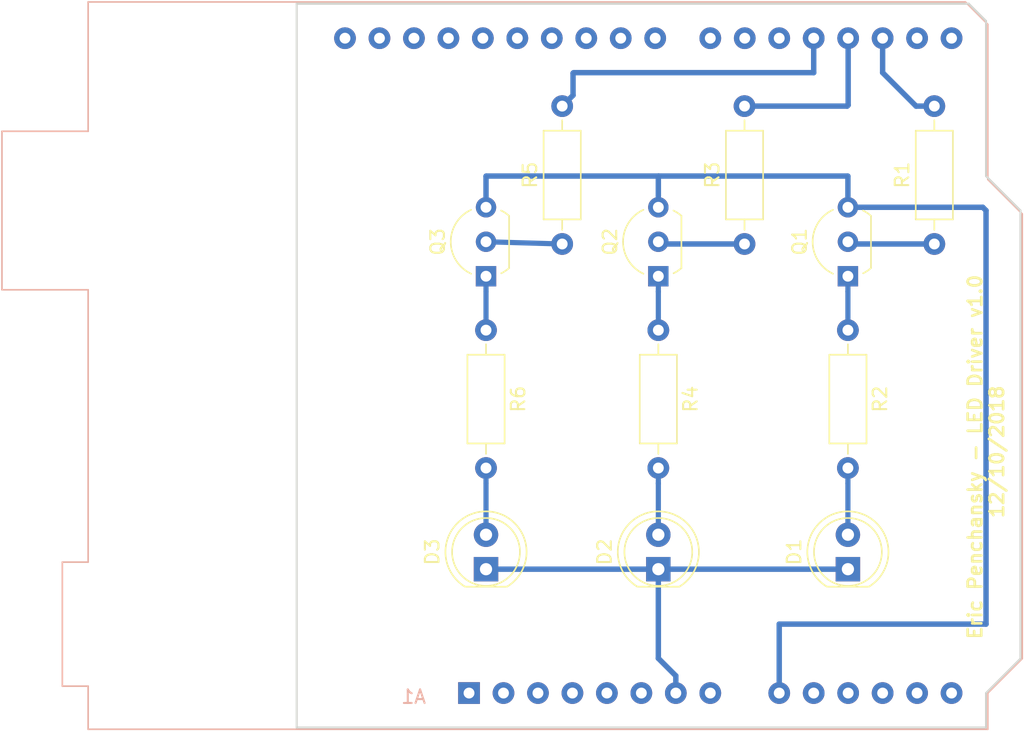
<source format=kicad_pcb>
(kicad_pcb (version 20171130) (host pcbnew "(5.0.1)-4")

  (general
    (thickness 1.6)
    (drawings 10)
    (tracks 47)
    (zones 0)
    (modules 13)
    (nets 42)
  )

  (page A4)
  (layers
    (0 F.Cu signal)
    (31 B.Cu signal)
    (32 B.Adhes user)
    (33 F.Adhes user)
    (34 B.Paste user)
    (35 F.Paste user)
    (36 B.SilkS user)
    (37 F.SilkS user)
    (38 B.Mask user)
    (39 F.Mask user)
    (40 Dwgs.User user)
    (41 Cmts.User user)
    (42 Eco1.User user)
    (43 Eco2.User user)
    (44 Edge.Cuts user)
    (45 Margin user)
    (46 B.CrtYd user)
    (47 F.CrtYd user)
    (48 B.Fab user)
    (49 F.Fab user)
  )

  (setup
    (last_trace_width 0.381)
    (trace_clearance 0.3)
    (zone_clearance 0.508)
    (zone_45_only no)
    (trace_min 0.381)
    (segment_width 0.2)
    (edge_width 0.15)
    (via_size 1)
    (via_drill 0.8)
    (via_min_size 1)
    (via_min_drill 0.8)
    (uvia_size 0.3)
    (uvia_drill 0.1)
    (uvias_allowed no)
    (uvia_min_size 0.2)
    (uvia_min_drill 0.1)
    (pcb_text_width 0.3)
    (pcb_text_size 1.5 1.5)
    (mod_edge_width 0.15)
    (mod_text_size 1 1)
    (mod_text_width 0.15)
    (pad_size 1.524 1.524)
    (pad_drill 0.762)
    (pad_to_mask_clearance 0.0508)
    (solder_mask_min_width 0.25)
    (aux_axis_origin 0 0)
    (visible_elements 7FFFFFFF)
    (pcbplotparams
      (layerselection 0x010f0_ffffffff)
      (usegerberextensions true)
      (usegerberattributes false)
      (usegerberadvancedattributes false)
      (creategerberjobfile false)
      (excludeedgelayer true)
      (linewidth 0.100000)
      (plotframeref false)
      (viasonmask false)
      (mode 1)
      (useauxorigin false)
      (hpglpennumber 1)
      (hpglpenspeed 20)
      (hpglpendiameter 15.000000)
      (psnegative false)
      (psa4output false)
      (plotreference true)
      (plotvalue false)
      (plotinvisibletext false)
      (padsonsilk true)
      (subtractmaskfromsilk false)
      (outputformat 1)
      (mirror false)
      (drillshape 0)
      (scaleselection 1)
      (outputdirectory "./"))
  )

  (net 0 "")
  (net 1 "Net-(A1-Pad32)")
  (net 2 "Net-(A1-Pad31)")
  (net 3 "Net-(A1-Pad1)")
  (net 4 "Net-(A1-Pad17)")
  (net 5 "Net-(A1-Pad2)")
  (net 6 "Net-(A1-Pad18)")
  (net 7 "Net-(A1-Pad3)")
  (net 8 "Net-(A1-Pad19)")
  (net 9 "Net-(A1-Pad4)")
  (net 10 "Net-(A1-Pad20)")
  (net 11 "Net-(A1-Pad5)")
  (net 12 "Net-(A1-Pad21)")
  (net 13 "Net-(A1-Pad6)")
  (net 14 "Net-(A1-Pad22)")
  (net 15 "Net-(A1-Pad23)")
  (net 16 "Net-(A1-Pad8)")
  (net 17 "Net-(A1-Pad24)")
  (net 18 "Net-(A1-Pad9)")
  (net 19 "Net-(A1-Pad25)")
  (net 20 "Net-(A1-Pad10)")
  (net 21 "Net-(A1-Pad26)")
  (net 22 "Net-(A1-Pad11)")
  (net 23 "Net-(A1-Pad27)")
  (net 24 "Net-(A1-Pad12)")
  (net 25 "Net-(A1-Pad28)")
  (net 26 "Net-(A1-Pad13)")
  (net 27 "Net-(A1-Pad29)")
  (net 28 "Net-(A1-Pad14)")
  (net 29 "Net-(A1-Pad30)")
  (net 30 "Net-(A1-Pad15)")
  (net 31 "Net-(A1-Pad16)")
  (net 32 "Net-(D1-Pad2)")
  (net 33 "Net-(D2-Pad2)")
  (net 34 "Net-(D3-Pad2)")
  (net 35 "Net-(Q1-Pad1)")
  (net 36 "Net-(Q1-Pad2)")
  (net 37 "Net-(Q2-Pad2)")
  (net 38 "Net-(Q2-Pad1)")
  (net 39 "Net-(Q3-Pad1)")
  (net 40 "Net-(Q3-Pad2)")
  (net 41 GND)

  (net_class Default "This is the default net class."
    (clearance 0.3)
    (trace_width 0.381)
    (via_dia 1)
    (via_drill 0.8)
    (uvia_dia 0.3)
    (uvia_drill 0.1)
    (diff_pair_gap 0.25)
    (diff_pair_width 0.4)
  )

  (net_class "New Class 12_13_18" ""
    (clearance 0.4)
    (trace_width 0.4)
    (via_dia 1)
    (via_drill 0.8)
    (uvia_dia 0.3)
    (uvia_drill 0.1)
    (diff_pair_gap 0.25)
    (diff_pair_width 0.4)
    (add_net GND)
    (add_net "Net-(A1-Pad1)")
    (add_net "Net-(A1-Pad10)")
    (add_net "Net-(A1-Pad11)")
    (add_net "Net-(A1-Pad12)")
    (add_net "Net-(A1-Pad13)")
    (add_net "Net-(A1-Pad14)")
    (add_net "Net-(A1-Pad15)")
    (add_net "Net-(A1-Pad16)")
    (add_net "Net-(A1-Pad17)")
    (add_net "Net-(A1-Pad18)")
    (add_net "Net-(A1-Pad19)")
    (add_net "Net-(A1-Pad2)")
    (add_net "Net-(A1-Pad20)")
    (add_net "Net-(A1-Pad21)")
    (add_net "Net-(A1-Pad22)")
    (add_net "Net-(A1-Pad23)")
    (add_net "Net-(A1-Pad24)")
    (add_net "Net-(A1-Pad25)")
    (add_net "Net-(A1-Pad26)")
    (add_net "Net-(A1-Pad27)")
    (add_net "Net-(A1-Pad28)")
    (add_net "Net-(A1-Pad29)")
    (add_net "Net-(A1-Pad3)")
    (add_net "Net-(A1-Pad30)")
    (add_net "Net-(A1-Pad31)")
    (add_net "Net-(A1-Pad32)")
    (add_net "Net-(A1-Pad4)")
    (add_net "Net-(A1-Pad5)")
    (add_net "Net-(A1-Pad6)")
    (add_net "Net-(A1-Pad8)")
    (add_net "Net-(A1-Pad9)")
    (add_net "Net-(D1-Pad2)")
    (add_net "Net-(D2-Pad2)")
    (add_net "Net-(D3-Pad2)")
    (add_net "Net-(Q1-Pad1)")
    (add_net "Net-(Q1-Pad2)")
    (add_net "Net-(Q2-Pad1)")
    (add_net "Net-(Q2-Pad2)")
    (add_net "Net-(Q3-Pad1)")
    (add_net "Net-(Q3-Pad2)")
  )

  (module Resistor_THT:R_Axial_DIN0207_L6.3mm_D2.5mm_P10.16mm_Horizontal (layer F.Cu) (tedit 5AE5139B) (tstamp 5C1CA612)
    (at 163.83 87.55585 90)
    (descr "Resistor, Axial_DIN0207 series, Axial, Horizontal, pin pitch=10.16mm, 0.25W = 1/4W, length*diameter=6.3*2.5mm^2, http://cdn-reichelt.de/documents/datenblatt/B400/1_4W%23YAG.pdf")
    (tags "Resistor Axial_DIN0207 series Axial Horizontal pin pitch 10.16mm 0.25W = 1/4W length 6.3mm diameter 2.5mm")
    (path /5C0F3765)
    (fp_text reference R1 (at 5.08 -2.37 90) (layer F.SilkS)
      (effects (font (size 1 1) (thickness 0.15)))
    )
    (fp_text value 1k (at 5.08 2.37 90) (layer F.Fab)
      (effects (font (size 1 1) (thickness 0.15)))
    )
    (fp_text user %R (at 5.08 0 90) (layer F.Fab)
      (effects (font (size 1 1) (thickness 0.15)))
    )
    (fp_line (start 11.21 -1.5) (end -1.05 -1.5) (layer F.CrtYd) (width 0.05))
    (fp_line (start 11.21 1.5) (end 11.21 -1.5) (layer F.CrtYd) (width 0.05))
    (fp_line (start -1.05 1.5) (end 11.21 1.5) (layer F.CrtYd) (width 0.05))
    (fp_line (start -1.05 -1.5) (end -1.05 1.5) (layer F.CrtYd) (width 0.05))
    (fp_line (start 9.12 0) (end 8.35 0) (layer F.SilkS) (width 0.12))
    (fp_line (start 1.04 0) (end 1.81 0) (layer F.SilkS) (width 0.12))
    (fp_line (start 8.35 -1.37) (end 1.81 -1.37) (layer F.SilkS) (width 0.12))
    (fp_line (start 8.35 1.37) (end 8.35 -1.37) (layer F.SilkS) (width 0.12))
    (fp_line (start 1.81 1.37) (end 8.35 1.37) (layer F.SilkS) (width 0.12))
    (fp_line (start 1.81 -1.37) (end 1.81 1.37) (layer F.SilkS) (width 0.12))
    (fp_line (start 10.16 0) (end 8.23 0) (layer F.Fab) (width 0.1))
    (fp_line (start 0 0) (end 1.93 0) (layer F.Fab) (width 0.1))
    (fp_line (start 8.23 -1.25) (end 1.93 -1.25) (layer F.Fab) (width 0.1))
    (fp_line (start 8.23 1.25) (end 8.23 -1.25) (layer F.Fab) (width 0.1))
    (fp_line (start 1.93 1.25) (end 8.23 1.25) (layer F.Fab) (width 0.1))
    (fp_line (start 1.93 -1.25) (end 1.93 1.25) (layer F.Fab) (width 0.1))
    (pad 2 thru_hole oval (at 10.16 0 90) (size 1.6 1.6) (drill 0.8) (layers *.Cu *.Mask)
      (net 4 "Net-(A1-Pad17)"))
    (pad 1 thru_hole circle (at 0 0 90) (size 1.6 1.6) (drill 0.8) (layers *.Cu *.Mask)
      (net 36 "Net-(Q1-Pad2)"))
    (model ${KISYS3DMOD}/Resistor_THT.3dshapes/R_Axial_DIN0207_L6.3mm_D2.5mm_P10.16mm_Horizontal.wrl
      (at (xyz 0 0 0))
      (scale (xyz 1 1 1))
      (rotate (xyz 0 0 0))
    )
  )

  (module Resistor_THT:R_Axial_DIN0207_L6.3mm_D2.5mm_P10.16mm_Horizontal (layer F.Cu) (tedit 5AE5139B) (tstamp 5C1CA654)
    (at 149.841674 87.55585 90)
    (descr "Resistor, Axial_DIN0207 series, Axial, Horizontal, pin pitch=10.16mm, 0.25W = 1/4W, length*diameter=6.3*2.5mm^2, http://cdn-reichelt.de/documents/datenblatt/B400/1_4W%23YAG.pdf")
    (tags "Resistor Axial_DIN0207 series Axial Horizontal pin pitch 10.16mm 0.25W = 1/4W length 6.3mm diameter 2.5mm")
    (path /5C0F3BFA)
    (fp_text reference R3 (at 5.08 -2.37 90) (layer F.SilkS)
      (effects (font (size 1 1) (thickness 0.15)))
    )
    (fp_text value 1k (at 5.08 2.37 90) (layer F.Fab)
      (effects (font (size 1 1) (thickness 0.15)))
    )
    (fp_text user %R (at 5.08 0 90) (layer F.Fab)
      (effects (font (size 1 1) (thickness 0.15)))
    )
    (fp_line (start 11.21 -1.5) (end -1.05 -1.5) (layer F.CrtYd) (width 0.05))
    (fp_line (start 11.21 1.5) (end 11.21 -1.5) (layer F.CrtYd) (width 0.05))
    (fp_line (start -1.05 1.5) (end 11.21 1.5) (layer F.CrtYd) (width 0.05))
    (fp_line (start -1.05 -1.5) (end -1.05 1.5) (layer F.CrtYd) (width 0.05))
    (fp_line (start 9.12 0) (end 8.35 0) (layer F.SilkS) (width 0.12))
    (fp_line (start 1.04 0) (end 1.81 0) (layer F.SilkS) (width 0.12))
    (fp_line (start 8.35 -1.37) (end 1.81 -1.37) (layer F.SilkS) (width 0.12))
    (fp_line (start 8.35 1.37) (end 8.35 -1.37) (layer F.SilkS) (width 0.12))
    (fp_line (start 1.81 1.37) (end 8.35 1.37) (layer F.SilkS) (width 0.12))
    (fp_line (start 1.81 -1.37) (end 1.81 1.37) (layer F.SilkS) (width 0.12))
    (fp_line (start 10.16 0) (end 8.23 0) (layer F.Fab) (width 0.1))
    (fp_line (start 0 0) (end 1.93 0) (layer F.Fab) (width 0.1))
    (fp_line (start 8.23 -1.25) (end 1.93 -1.25) (layer F.Fab) (width 0.1))
    (fp_line (start 8.23 1.25) (end 8.23 -1.25) (layer F.Fab) (width 0.1))
    (fp_line (start 1.93 1.25) (end 8.23 1.25) (layer F.Fab) (width 0.1))
    (fp_line (start 1.93 -1.25) (end 1.93 1.25) (layer F.Fab) (width 0.1))
    (pad 2 thru_hole oval (at 10.16 0 90) (size 1.6 1.6) (drill 0.8) (layers *.Cu *.Mask)
      (net 6 "Net-(A1-Pad18)"))
    (pad 1 thru_hole circle (at 0 0 90) (size 1.6 1.6) (drill 0.8) (layers *.Cu *.Mask)
      (net 37 "Net-(Q2-Pad2)"))
    (model ${KISYS3DMOD}/Resistor_THT.3dshapes/R_Axial_DIN0207_L6.3mm_D2.5mm_P10.16mm_Horizontal.wrl
      (at (xyz 0 0 0))
      (scale (xyz 1 1 1))
      (rotate (xyz 0 0 0))
    )
  )

  (module Resistor_THT:R_Axial_DIN0207_L6.3mm_D2.5mm_P10.16mm_Horizontal (layer F.Cu) (tedit 5AE5139B) (tstamp 5C1CA696)
    (at 136.405411 87.55585 90)
    (descr "Resistor, Axial_DIN0207 series, Axial, Horizontal, pin pitch=10.16mm, 0.25W = 1/4W, length*diameter=6.3*2.5mm^2, http://cdn-reichelt.de/documents/datenblatt/B400/1_4W%23YAG.pdf")
    (tags "Resistor Axial_DIN0207 series Axial Horizontal pin pitch 10.16mm 0.25W = 1/4W length 6.3mm diameter 2.5mm")
    (path /5C0F3C46)
    (fp_text reference R5 (at 5.08 -2.37 90) (layer F.SilkS)
      (effects (font (size 1 1) (thickness 0.15)))
    )
    (fp_text value 1k (at 5.08 2.37 90) (layer F.Fab)
      (effects (font (size 1 1) (thickness 0.15)))
    )
    (fp_text user %R (at 5.08 0 90) (layer F.Fab)
      (effects (font (size 1 1) (thickness 0.15)))
    )
    (fp_line (start 11.21 -1.5) (end -1.05 -1.5) (layer F.CrtYd) (width 0.05))
    (fp_line (start 11.21 1.5) (end 11.21 -1.5) (layer F.CrtYd) (width 0.05))
    (fp_line (start -1.05 1.5) (end 11.21 1.5) (layer F.CrtYd) (width 0.05))
    (fp_line (start -1.05 -1.5) (end -1.05 1.5) (layer F.CrtYd) (width 0.05))
    (fp_line (start 9.12 0) (end 8.35 0) (layer F.SilkS) (width 0.12))
    (fp_line (start 1.04 0) (end 1.81 0) (layer F.SilkS) (width 0.12))
    (fp_line (start 8.35 -1.37) (end 1.81 -1.37) (layer F.SilkS) (width 0.12))
    (fp_line (start 8.35 1.37) (end 8.35 -1.37) (layer F.SilkS) (width 0.12))
    (fp_line (start 1.81 1.37) (end 8.35 1.37) (layer F.SilkS) (width 0.12))
    (fp_line (start 1.81 -1.37) (end 1.81 1.37) (layer F.SilkS) (width 0.12))
    (fp_line (start 10.16 0) (end 8.23 0) (layer F.Fab) (width 0.1))
    (fp_line (start 0 0) (end 1.93 0) (layer F.Fab) (width 0.1))
    (fp_line (start 8.23 -1.25) (end 1.93 -1.25) (layer F.Fab) (width 0.1))
    (fp_line (start 8.23 1.25) (end 8.23 -1.25) (layer F.Fab) (width 0.1))
    (fp_line (start 1.93 1.25) (end 8.23 1.25) (layer F.Fab) (width 0.1))
    (fp_line (start 1.93 -1.25) (end 1.93 1.25) (layer F.Fab) (width 0.1))
    (pad 2 thru_hole oval (at 10.16 0 90) (size 1.6 1.6) (drill 0.8) (layers *.Cu *.Mask)
      (net 8 "Net-(A1-Pad19)"))
    (pad 1 thru_hole circle (at 0 0 90) (size 1.6 1.6) (drill 0.8) (layers *.Cu *.Mask)
      (net 40 "Net-(Q3-Pad2)"))
    (model ${KISYS3DMOD}/Resistor_THT.3dshapes/R_Axial_DIN0207_L6.3mm_D2.5mm_P10.16mm_Horizontal.wrl
      (at (xyz 0 0 0))
      (scale (xyz 1 1 1))
      (rotate (xyz 0 0 0))
    )
  )

  (module Package_TO_SOT_THT:TO-92L_Inline_Wide (layer F.Cu) (tedit 5A11996A) (tstamp 5C1CA792)
    (at 157.461674 89.931209 90)
    (descr "TO-92L leads in-line (large body variant of TO-92), also known as TO-226, wide, drill 0.75mm (see https://www.diodes.com/assets/Package-Files/TO92L.pdf and http://www.ti.com/lit/an/snoa059/snoa059.pdf)")
    (tags "TO-92L Inline Wide transistor")
    (path /5C1B3549)
    (fp_text reference Q1 (at 2.54 -3.56 90) (layer F.SilkS)
      (effects (font (size 1 1) (thickness 0.15)))
    )
    (fp_text value 2N3904 (at 2.54 2.79 90) (layer F.Fab)
      (effects (font (size 1 1) (thickness 0.15)))
    )
    (fp_arc (start 2.54 0) (end 4.45 1.7) (angle -15.88591585) (layer F.SilkS) (width 0.12))
    (fp_arc (start 2.54 0) (end 2.54 -2.48) (angle -130.2499344) (layer F.Fab) (width 0.1))
    (fp_arc (start 2.54 0) (end 2.54 -2.48) (angle 129.9527847) (layer F.Fab) (width 0.1))
    (fp_arc (start 2.54 0) (end 2.54 -2.6) (angle 65) (layer F.SilkS) (width 0.12))
    (fp_arc (start 2.54 0) (end 2.54 -2.6) (angle -65) (layer F.SilkS) (width 0.12))
    (fp_arc (start 2.54 0) (end 0.6 1.7) (angle 15.44288892) (layer F.SilkS) (width 0.12))
    (fp_line (start 6.1 1.85) (end -1 1.85) (layer F.CrtYd) (width 0.05))
    (fp_line (start 6.1 1.85) (end 6.1 -2.75) (layer F.CrtYd) (width 0.05))
    (fp_line (start -1 -2.75) (end -1 1.85) (layer F.CrtYd) (width 0.05))
    (fp_line (start -1 -2.75) (end 6.1 -2.75) (layer F.CrtYd) (width 0.05))
    (fp_line (start 0.65 1.6) (end 4.4 1.6) (layer F.Fab) (width 0.1))
    (fp_line (start 0.6 1.7) (end 4.45 1.7) (layer F.SilkS) (width 0.12))
    (fp_text user %R (at 2.54 -3.56 90) (layer F.Fab)
      (effects (font (size 1 1) (thickness 0.15)))
    )
    (pad 1 thru_hole rect (at 0 0 180) (size 1.5 1.5) (drill 0.8) (layers *.Cu *.Mask)
      (net 35 "Net-(Q1-Pad1)"))
    (pad 3 thru_hole circle (at 5.08 0 180) (size 1.5 1.5) (drill 0.8) (layers *.Cu *.Mask)
      (net 18 "Net-(A1-Pad9)"))
    (pad 2 thru_hole circle (at 2.54 0 180) (size 1.5 1.5) (drill 0.8) (layers *.Cu *.Mask)
      (net 36 "Net-(Q1-Pad2)"))
    (model ${KISYS3DMOD}/Package_TO_SOT_THT.3dshapes/TO-92L_Inline_Wide.wrl
      (at (xyz 0 0 0))
      (scale (xyz 1 1 1))
      (rotate (xyz 0 0 0))
    )
  )

  (module Package_TO_SOT_THT:TO-92L_Inline_Wide (layer F.Cu) (tedit 5A11996A) (tstamp 5C1CA6D5)
    (at 143.491674 89.931209 90)
    (descr "TO-92L leads in-line (large body variant of TO-92), also known as TO-226, wide, drill 0.75mm (see https://www.diodes.com/assets/Package-Files/TO92L.pdf and http://www.ti.com/lit/an/snoa059/snoa059.pdf)")
    (tags "TO-92L Inline Wide transistor")
    (path /5C1B3DE3)
    (fp_text reference Q2 (at 2.54 -3.56 90) (layer F.SilkS)
      (effects (font (size 1 1) (thickness 0.15)))
    )
    (fp_text value 2N3904 (at 2.54 2.79 90) (layer F.Fab)
      (effects (font (size 1 1) (thickness 0.15)))
    )
    (fp_arc (start 2.54 0) (end 4.45 1.7) (angle -15.88591585) (layer F.SilkS) (width 0.12))
    (fp_arc (start 2.54 0) (end 2.54 -2.48) (angle -130.2499344) (layer F.Fab) (width 0.1))
    (fp_arc (start 2.54 0) (end 2.54 -2.48) (angle 129.9527847) (layer F.Fab) (width 0.1))
    (fp_arc (start 2.54 0) (end 2.54 -2.6) (angle 65) (layer F.SilkS) (width 0.12))
    (fp_arc (start 2.54 0) (end 2.54 -2.6) (angle -65) (layer F.SilkS) (width 0.12))
    (fp_arc (start 2.54 0) (end 0.6 1.7) (angle 15.44288892) (layer F.SilkS) (width 0.12))
    (fp_line (start 6.1 1.85) (end -1 1.85) (layer F.CrtYd) (width 0.05))
    (fp_line (start 6.1 1.85) (end 6.1 -2.75) (layer F.CrtYd) (width 0.05))
    (fp_line (start -1 -2.75) (end -1 1.85) (layer F.CrtYd) (width 0.05))
    (fp_line (start -1 -2.75) (end 6.1 -2.75) (layer F.CrtYd) (width 0.05))
    (fp_line (start 0.65 1.6) (end 4.4 1.6) (layer F.Fab) (width 0.1))
    (fp_line (start 0.6 1.7) (end 4.45 1.7) (layer F.SilkS) (width 0.12))
    (fp_text user %R (at 2.54 -3.56 90) (layer F.Fab)
      (effects (font (size 1 1) (thickness 0.15)))
    )
    (pad 1 thru_hole rect (at 0 0 180) (size 1.5 1.5) (drill 0.8) (layers *.Cu *.Mask)
      (net 38 "Net-(Q2-Pad1)"))
    (pad 3 thru_hole circle (at 5.08 0 180) (size 1.5 1.5) (drill 0.8) (layers *.Cu *.Mask)
      (net 18 "Net-(A1-Pad9)"))
    (pad 2 thru_hole circle (at 2.54 0 180) (size 1.5 1.5) (drill 0.8) (layers *.Cu *.Mask)
      (net 37 "Net-(Q2-Pad2)"))
    (model ${KISYS3DMOD}/Package_TO_SOT_THT.3dshapes/TO-92L_Inline_Wide.wrl
      (at (xyz 0 0 0))
      (scale (xyz 1 1 1))
      (rotate (xyz 0 0 0))
    )
  )

  (module Package_TO_SOT_THT:TO-92L_Inline_Wide (layer F.Cu) (tedit 5A11996A) (tstamp 5C1CA7CB)
    (at 130.791674 89.931209 90)
    (descr "TO-92L leads in-line (large body variant of TO-92), also known as TO-226, wide, drill 0.75mm (see https://www.diodes.com/assets/Package-Files/TO92L.pdf and http://www.ti.com/lit/an/snoa059/snoa059.pdf)")
    (tags "TO-92L Inline Wide transistor")
    (path /5C1B4596)
    (fp_text reference Q3 (at 2.54 -3.56 90) (layer F.SilkS)
      (effects (font (size 1 1) (thickness 0.15)))
    )
    (fp_text value 2N3904 (at 2.54 2.79 90) (layer F.Fab)
      (effects (font (size 1 1) (thickness 0.15)))
    )
    (fp_arc (start 2.54 0) (end 4.45 1.7) (angle -15.88591585) (layer F.SilkS) (width 0.12))
    (fp_arc (start 2.54 0) (end 2.54 -2.48) (angle -130.2499344) (layer F.Fab) (width 0.1))
    (fp_arc (start 2.54 0) (end 2.54 -2.48) (angle 129.9527847) (layer F.Fab) (width 0.1))
    (fp_arc (start 2.54 0) (end 2.54 -2.6) (angle 65) (layer F.SilkS) (width 0.12))
    (fp_arc (start 2.54 0) (end 2.54 -2.6) (angle -65) (layer F.SilkS) (width 0.12))
    (fp_arc (start 2.54 0) (end 0.6 1.7) (angle 15.44288892) (layer F.SilkS) (width 0.12))
    (fp_line (start 6.1 1.85) (end -1 1.85) (layer F.CrtYd) (width 0.05))
    (fp_line (start 6.1 1.85) (end 6.1 -2.75) (layer F.CrtYd) (width 0.05))
    (fp_line (start -1 -2.75) (end -1 1.85) (layer F.CrtYd) (width 0.05))
    (fp_line (start -1 -2.75) (end 6.1 -2.75) (layer F.CrtYd) (width 0.05))
    (fp_line (start 0.65 1.6) (end 4.4 1.6) (layer F.Fab) (width 0.1))
    (fp_line (start 0.6 1.7) (end 4.45 1.7) (layer F.SilkS) (width 0.12))
    (fp_text user %R (at 2.54 -3.56 90) (layer F.Fab)
      (effects (font (size 1 1) (thickness 0.15)))
    )
    (pad 1 thru_hole rect (at 0 0 180) (size 1.5 1.5) (drill 0.8) (layers *.Cu *.Mask)
      (net 39 "Net-(Q3-Pad1)"))
    (pad 3 thru_hole circle (at 5.08 0 180) (size 1.5 1.5) (drill 0.8) (layers *.Cu *.Mask)
      (net 18 "Net-(A1-Pad9)"))
    (pad 2 thru_hole circle (at 2.54 0 180) (size 1.5 1.5) (drill 0.8) (layers *.Cu *.Mask)
      (net 40 "Net-(Q3-Pad2)"))
    (model ${KISYS3DMOD}/Package_TO_SOT_THT.3dshapes/TO-92L_Inline_Wide.wrl
      (at (xyz 0 0 0))
      (scale (xyz 1 1 1))
      (rotate (xyz 0 0 0))
    )
  )

  (module Resistor_THT:R_Axial_DIN0207_L6.3mm_D2.5mm_P10.16mm_Horizontal (layer F.Cu) (tedit 5AE5139B) (tstamp 5C1CA807)
    (at 157.461674 93.90585 270)
    (descr "Resistor, Axial_DIN0207 series, Axial, Horizontal, pin pitch=10.16mm, 0.25W = 1/4W, length*diameter=6.3*2.5mm^2, http://cdn-reichelt.de/documents/datenblatt/B400/1_4W%23YAG.pdf")
    (tags "Resistor Axial_DIN0207 series Axial Horizontal pin pitch 10.16mm 0.25W = 1/4W length 6.3mm diameter 2.5mm")
    (path /5C0F3377)
    (fp_text reference R2 (at 5.08 -2.37 270) (layer F.SilkS)
      (effects (font (size 1 1) (thickness 0.15)))
    )
    (fp_text value 180 (at 5.08 2.37 270) (layer F.Fab)
      (effects (font (size 1 1) (thickness 0.15)))
    )
    (fp_text user %R (at 5.08 0 270) (layer F.Fab)
      (effects (font (size 1 1) (thickness 0.15)))
    )
    (fp_line (start 11.21 -1.5) (end -1.05 -1.5) (layer F.CrtYd) (width 0.05))
    (fp_line (start 11.21 1.5) (end 11.21 -1.5) (layer F.CrtYd) (width 0.05))
    (fp_line (start -1.05 1.5) (end 11.21 1.5) (layer F.CrtYd) (width 0.05))
    (fp_line (start -1.05 -1.5) (end -1.05 1.5) (layer F.CrtYd) (width 0.05))
    (fp_line (start 9.12 0) (end 8.35 0) (layer F.SilkS) (width 0.12))
    (fp_line (start 1.04 0) (end 1.81 0) (layer F.SilkS) (width 0.12))
    (fp_line (start 8.35 -1.37) (end 1.81 -1.37) (layer F.SilkS) (width 0.12))
    (fp_line (start 8.35 1.37) (end 8.35 -1.37) (layer F.SilkS) (width 0.12))
    (fp_line (start 1.81 1.37) (end 8.35 1.37) (layer F.SilkS) (width 0.12))
    (fp_line (start 1.81 -1.37) (end 1.81 1.37) (layer F.SilkS) (width 0.12))
    (fp_line (start 10.16 0) (end 8.23 0) (layer F.Fab) (width 0.1))
    (fp_line (start 0 0) (end 1.93 0) (layer F.Fab) (width 0.1))
    (fp_line (start 8.23 -1.25) (end 1.93 -1.25) (layer F.Fab) (width 0.1))
    (fp_line (start 8.23 1.25) (end 8.23 -1.25) (layer F.Fab) (width 0.1))
    (fp_line (start 1.93 1.25) (end 8.23 1.25) (layer F.Fab) (width 0.1))
    (fp_line (start 1.93 -1.25) (end 1.93 1.25) (layer F.Fab) (width 0.1))
    (pad 2 thru_hole oval (at 10.16 0 270) (size 1.6 1.6) (drill 0.8) (layers *.Cu *.Mask)
      (net 32 "Net-(D1-Pad2)"))
    (pad 1 thru_hole circle (at 0 0 270) (size 1.6 1.6) (drill 0.8) (layers *.Cu *.Mask)
      (net 35 "Net-(Q1-Pad1)"))
    (model ${KISYS3DMOD}/Resistor_THT.3dshapes/R_Axial_DIN0207_L6.3mm_D2.5mm_P10.16mm_Horizontal.wrl
      (at (xyz 0 0 0))
      (scale (xyz 1 1 1))
      (rotate (xyz 0 0 0))
    )
  )

  (module Resistor_THT:R_Axial_DIN0207_L6.3mm_D2.5mm_P10.16mm_Horizontal (layer F.Cu) (tedit 5AE5139B) (tstamp 5C1CA711)
    (at 130.791674 93.90585 270)
    (descr "Resistor, Axial_DIN0207 series, Axial, Horizontal, pin pitch=10.16mm, 0.25W = 1/4W, length*diameter=6.3*2.5mm^2, http://cdn-reichelt.de/documents/datenblatt/B400/1_4W%23YAG.pdf")
    (tags "Resistor Axial_DIN0207 series Axial Horizontal pin pitch 10.16mm 0.25W = 1/4W length 6.3mm diameter 2.5mm")
    (path /5C0F3487)
    (fp_text reference R6 (at 5.08 -2.37 270) (layer F.SilkS)
      (effects (font (size 1 1) (thickness 0.15)))
    )
    (fp_text value 180 (at 5.08 2.37 270) (layer F.Fab)
      (effects (font (size 1 1) (thickness 0.15)))
    )
    (fp_text user %R (at 5.08 0 270) (layer F.Fab)
      (effects (font (size 1 1) (thickness 0.15)))
    )
    (fp_line (start 11.21 -1.5) (end -1.05 -1.5) (layer F.CrtYd) (width 0.05))
    (fp_line (start 11.21 1.5) (end 11.21 -1.5) (layer F.CrtYd) (width 0.05))
    (fp_line (start -1.05 1.5) (end 11.21 1.5) (layer F.CrtYd) (width 0.05))
    (fp_line (start -1.05 -1.5) (end -1.05 1.5) (layer F.CrtYd) (width 0.05))
    (fp_line (start 9.12 0) (end 8.35 0) (layer F.SilkS) (width 0.12))
    (fp_line (start 1.04 0) (end 1.81 0) (layer F.SilkS) (width 0.12))
    (fp_line (start 8.35 -1.37) (end 1.81 -1.37) (layer F.SilkS) (width 0.12))
    (fp_line (start 8.35 1.37) (end 8.35 -1.37) (layer F.SilkS) (width 0.12))
    (fp_line (start 1.81 1.37) (end 8.35 1.37) (layer F.SilkS) (width 0.12))
    (fp_line (start 1.81 -1.37) (end 1.81 1.37) (layer F.SilkS) (width 0.12))
    (fp_line (start 10.16 0) (end 8.23 0) (layer F.Fab) (width 0.1))
    (fp_line (start 0 0) (end 1.93 0) (layer F.Fab) (width 0.1))
    (fp_line (start 8.23 -1.25) (end 1.93 -1.25) (layer F.Fab) (width 0.1))
    (fp_line (start 8.23 1.25) (end 8.23 -1.25) (layer F.Fab) (width 0.1))
    (fp_line (start 1.93 1.25) (end 8.23 1.25) (layer F.Fab) (width 0.1))
    (fp_line (start 1.93 -1.25) (end 1.93 1.25) (layer F.Fab) (width 0.1))
    (pad 2 thru_hole oval (at 10.16 0 270) (size 1.6 1.6) (drill 0.8) (layers *.Cu *.Mask)
      (net 34 "Net-(D3-Pad2)"))
    (pad 1 thru_hole circle (at 0 0 270) (size 1.6 1.6) (drill 0.8) (layers *.Cu *.Mask)
      (net 39 "Net-(Q3-Pad1)"))
    (model ${KISYS3DMOD}/Resistor_THT.3dshapes/R_Axial_DIN0207_L6.3mm_D2.5mm_P10.16mm_Horizontal.wrl
      (at (xyz 0 0 0))
      (scale (xyz 1 1 1))
      (rotate (xyz 0 0 0))
    )
  )

  (module Resistor_THT:R_Axial_DIN0207_L6.3mm_D2.5mm_P10.16mm_Horizontal (layer F.Cu) (tedit 5AE5139B) (tstamp 5C1CA753)
    (at 143.491674 93.90585 270)
    (descr "Resistor, Axial_DIN0207 series, Axial, Horizontal, pin pitch=10.16mm, 0.25W = 1/4W, length*diameter=6.3*2.5mm^2, http://cdn-reichelt.de/documents/datenblatt/B400/1_4W%23YAG.pdf")
    (tags "Resistor Axial_DIN0207 series Axial Horizontal pin pitch 10.16mm 0.25W = 1/4W length 6.3mm diameter 2.5mm")
    (path /5C0F345B)
    (fp_text reference R4 (at 5.08 -2.37 270) (layer F.SilkS)
      (effects (font (size 1 1) (thickness 0.15)))
    )
    (fp_text value 180 (at 5.08 2.37 270) (layer F.Fab)
      (effects (font (size 1 1) (thickness 0.15)))
    )
    (fp_text user %R (at 5.08 0 270) (layer F.Fab)
      (effects (font (size 1 1) (thickness 0.15)))
    )
    (fp_line (start 11.21 -1.5) (end -1.05 -1.5) (layer F.CrtYd) (width 0.05))
    (fp_line (start 11.21 1.5) (end 11.21 -1.5) (layer F.CrtYd) (width 0.05))
    (fp_line (start -1.05 1.5) (end 11.21 1.5) (layer F.CrtYd) (width 0.05))
    (fp_line (start -1.05 -1.5) (end -1.05 1.5) (layer F.CrtYd) (width 0.05))
    (fp_line (start 9.12 0) (end 8.35 0) (layer F.SilkS) (width 0.12))
    (fp_line (start 1.04 0) (end 1.81 0) (layer F.SilkS) (width 0.12))
    (fp_line (start 8.35 -1.37) (end 1.81 -1.37) (layer F.SilkS) (width 0.12))
    (fp_line (start 8.35 1.37) (end 8.35 -1.37) (layer F.SilkS) (width 0.12))
    (fp_line (start 1.81 1.37) (end 8.35 1.37) (layer F.SilkS) (width 0.12))
    (fp_line (start 1.81 -1.37) (end 1.81 1.37) (layer F.SilkS) (width 0.12))
    (fp_line (start 10.16 0) (end 8.23 0) (layer F.Fab) (width 0.1))
    (fp_line (start 0 0) (end 1.93 0) (layer F.Fab) (width 0.1))
    (fp_line (start 8.23 -1.25) (end 1.93 -1.25) (layer F.Fab) (width 0.1))
    (fp_line (start 8.23 1.25) (end 8.23 -1.25) (layer F.Fab) (width 0.1))
    (fp_line (start 1.93 1.25) (end 8.23 1.25) (layer F.Fab) (width 0.1))
    (fp_line (start 1.93 -1.25) (end 1.93 1.25) (layer F.Fab) (width 0.1))
    (pad 2 thru_hole oval (at 10.16 0 270) (size 1.6 1.6) (drill 0.8) (layers *.Cu *.Mask)
      (net 33 "Net-(D2-Pad2)"))
    (pad 1 thru_hole circle (at 0 0 270) (size 1.6 1.6) (drill 0.8) (layers *.Cu *.Mask)
      (net 38 "Net-(Q2-Pad1)"))
    (model ${KISYS3DMOD}/Resistor_THT.3dshapes/R_Axial_DIN0207_L6.3mm_D2.5mm_P10.16mm_Horizontal.wrl
      (at (xyz 0 0 0))
      (scale (xyz 1 1 1))
      (rotate (xyz 0 0 0))
    )
  )

  (module Module:Arduino_UNO_R3 (layer B.Cu) (tedit 58AB60FC) (tstamp 5C1CA96B)
    (at 129.54 120.65)
    (descr "Arduino UNO R3, http://www.mouser.com/pdfdocs/Gravitech_Arduino_Nano3_0.pdf")
    (tags "Arduino UNO R3")
    (path /5C0F36DB)
    (fp_text reference A1 (at -4.085001 0.275001 -180) (layer B.SilkS)
      (effects (font (size 1 1) (thickness 0.15)) (justify mirror))
    )
    (fp_text value Arduino_UNO_R3 (at 0 -22.86) (layer B.Fab)
      (effects (font (size 1 1) (thickness 0.15)) (justify mirror))
    )
    (fp_line (start -27.94 2.54) (end 38.1 2.54) (layer B.Fab) (width 0.1))
    (fp_line (start -27.94 -50.8) (end -27.94 2.54) (layer B.Fab) (width 0.1))
    (fp_line (start 36.58 -50.8) (end -27.94 -50.8) (layer B.Fab) (width 0.1))
    (fp_line (start 38.1 -49.28) (end 36.58 -50.8) (layer B.Fab) (width 0.1))
    (fp_line (start 38.1 0) (end 40.64 -2.54) (layer B.Fab) (width 0.1))
    (fp_line (start 38.1 2.54) (end 38.1 0) (layer B.Fab) (width 0.1))
    (fp_line (start 40.64 -35.31) (end 38.1 -37.85) (layer B.Fab) (width 0.1))
    (fp_line (start 40.64 -2.54) (end 40.64 -35.31) (layer B.Fab) (width 0.1))
    (fp_line (start 38.1 -37.85) (end 38.1 -49.28) (layer B.Fab) (width 0.1))
    (fp_line (start -29.84 -9.53) (end -29.84 -0.64) (layer B.Fab) (width 0.1))
    (fp_line (start -16.51 -9.53) (end -29.84 -9.53) (layer B.Fab) (width 0.1))
    (fp_line (start -16.51 -0.64) (end -16.51 -9.53) (layer B.Fab) (width 0.1))
    (fp_line (start -29.84 -0.64) (end -16.51 -0.64) (layer B.Fab) (width 0.1))
    (fp_line (start -34.29 -41.27) (end -34.29 -29.84) (layer B.Fab) (width 0.1))
    (fp_line (start -18.41 -41.27) (end -34.29 -41.27) (layer B.Fab) (width 0.1))
    (fp_line (start -18.41 -29.84) (end -18.41 -41.27) (layer B.Fab) (width 0.1))
    (fp_line (start -34.29 -29.84) (end -18.41 -29.84) (layer B.Fab) (width 0.1))
    (fp_line (start 38.23 -37.85) (end 40.77 -35.31) (layer B.SilkS) (width 0.12))
    (fp_line (start 38.23 -49.28) (end 38.23 -37.85) (layer B.SilkS) (width 0.12))
    (fp_line (start 36.58 -50.93) (end 38.23 -49.28) (layer B.SilkS) (width 0.12))
    (fp_line (start -28.07 -50.93) (end 36.58 -50.93) (layer B.SilkS) (width 0.12))
    (fp_line (start -28.07 -41.4) (end -28.07 -50.93) (layer B.SilkS) (width 0.12))
    (fp_line (start -34.42 -41.4) (end -28.07 -41.4) (layer B.SilkS) (width 0.12))
    (fp_line (start -34.42 -29.72) (end -34.42 -41.4) (layer B.SilkS) (width 0.12))
    (fp_line (start -28.07 -29.72) (end -34.42 -29.72) (layer B.SilkS) (width 0.12))
    (fp_line (start -28.07 -9.65) (end -28.07 -29.72) (layer B.SilkS) (width 0.12))
    (fp_line (start -29.97 -9.65) (end -28.07 -9.65) (layer B.SilkS) (width 0.12))
    (fp_line (start -29.97 -0.51) (end -29.97 -9.65) (layer B.SilkS) (width 0.12))
    (fp_line (start -28.07 -0.51) (end -29.97 -0.51) (layer B.SilkS) (width 0.12))
    (fp_line (start -28.07 2.67) (end -28.07 -0.51) (layer B.SilkS) (width 0.12))
    (fp_line (start 38.23 2.67) (end -28.07 2.67) (layer B.SilkS) (width 0.12))
    (fp_line (start 38.23 0) (end 38.23 2.67) (layer B.SilkS) (width 0.12))
    (fp_line (start 40.77 -2.54) (end 38.23 0) (layer B.SilkS) (width 0.12))
    (fp_line (start 40.77 -35.31) (end 40.77 -2.54) (layer B.SilkS) (width 0.12))
    (fp_line (start -28.19 2.79) (end 38.35 2.79) (layer B.CrtYd) (width 0.05))
    (fp_line (start -28.19 -0.38) (end -28.19 2.79) (layer B.CrtYd) (width 0.05))
    (fp_line (start -30.1 -0.38) (end -28.19 -0.38) (layer B.CrtYd) (width 0.05))
    (fp_line (start -30.1 -9.78) (end -30.1 -0.38) (layer B.CrtYd) (width 0.05))
    (fp_line (start -28.19 -9.78) (end -30.1 -9.78) (layer B.CrtYd) (width 0.05))
    (fp_line (start -28.19 -29.59) (end -28.19 -9.78) (layer B.CrtYd) (width 0.05))
    (fp_line (start -34.54 -29.59) (end -28.19 -29.59) (layer B.CrtYd) (width 0.05))
    (fp_line (start -34.54 -41.53) (end -34.54 -29.59) (layer B.CrtYd) (width 0.05))
    (fp_line (start -28.19 -41.53) (end -34.54 -41.53) (layer B.CrtYd) (width 0.05))
    (fp_line (start -28.19 -51.05) (end -28.19 -41.53) (layer B.CrtYd) (width 0.05))
    (fp_line (start 36.58 -51.05) (end -28.19 -51.05) (layer B.CrtYd) (width 0.05))
    (fp_line (start 38.35 -49.28) (end 36.58 -51.05) (layer B.CrtYd) (width 0.05))
    (fp_line (start 38.35 -37.85) (end 38.35 -49.28) (layer B.CrtYd) (width 0.05))
    (fp_line (start 40.89 -35.31) (end 38.35 -37.85) (layer B.CrtYd) (width 0.05))
    (fp_line (start 40.89 -2.54) (end 40.89 -35.31) (layer B.CrtYd) (width 0.05))
    (fp_line (start 38.35 0) (end 40.89 -2.54) (layer B.CrtYd) (width 0.05))
    (fp_line (start 38.35 2.79) (end 38.35 0) (layer B.CrtYd) (width 0.05))
    (fp_text user %R (at 0 -20.32 -180) (layer B.Fab)
      (effects (font (size 1 1) (thickness 0.15)) (justify mirror))
    )
    (pad 16 thru_hole oval (at 33.02 -48.26 270) (size 1.6 1.6) (drill 0.8) (layers *.Cu *.Mask)
      (net 31 "Net-(A1-Pad16)"))
    (pad 15 thru_hole oval (at 35.56 -48.26 270) (size 1.6 1.6) (drill 0.8) (layers *.Cu *.Mask)
      (net 30 "Net-(A1-Pad15)"))
    (pad 30 thru_hole oval (at -4.06 -48.26 270) (size 1.6 1.6) (drill 0.8) (layers *.Cu *.Mask)
      (net 29 "Net-(A1-Pad30)"))
    (pad 14 thru_hole oval (at 35.56 0 270) (size 1.6 1.6) (drill 0.8) (layers *.Cu *.Mask)
      (net 28 "Net-(A1-Pad14)"))
    (pad 29 thru_hole oval (at -1.52 -48.26 270) (size 1.6 1.6) (drill 0.8) (layers *.Cu *.Mask)
      (net 27 "Net-(A1-Pad29)"))
    (pad 13 thru_hole oval (at 33.02 0 270) (size 1.6 1.6) (drill 0.8) (layers *.Cu *.Mask)
      (net 26 "Net-(A1-Pad13)"))
    (pad 28 thru_hole oval (at 1.02 -48.26 270) (size 1.6 1.6) (drill 0.8) (layers *.Cu *.Mask)
      (net 25 "Net-(A1-Pad28)"))
    (pad 12 thru_hole oval (at 30.48 0 270) (size 1.6 1.6) (drill 0.8) (layers *.Cu *.Mask)
      (net 24 "Net-(A1-Pad12)"))
    (pad 27 thru_hole oval (at 3.56 -48.26 270) (size 1.6 1.6) (drill 0.8) (layers *.Cu *.Mask)
      (net 23 "Net-(A1-Pad27)"))
    (pad 11 thru_hole oval (at 27.94 0 270) (size 1.6 1.6) (drill 0.8) (layers *.Cu *.Mask)
      (net 22 "Net-(A1-Pad11)"))
    (pad 26 thru_hole oval (at 6.1 -48.26 270) (size 1.6 1.6) (drill 0.8) (layers *.Cu *.Mask)
      (net 21 "Net-(A1-Pad26)"))
    (pad 10 thru_hole oval (at 25.4 0 270) (size 1.6 1.6) (drill 0.8) (layers *.Cu *.Mask)
      (net 20 "Net-(A1-Pad10)"))
    (pad 25 thru_hole oval (at 8.64 -48.26 270) (size 1.6 1.6) (drill 0.8) (layers *.Cu *.Mask)
      (net 19 "Net-(A1-Pad25)"))
    (pad 9 thru_hole oval (at 22.86 0 270) (size 1.6 1.6) (drill 0.8) (layers *.Cu *.Mask)
      (net 18 "Net-(A1-Pad9)"))
    (pad 24 thru_hole oval (at 11.18 -48.26 270) (size 1.6 1.6) (drill 0.8) (layers *.Cu *.Mask)
      (net 17 "Net-(A1-Pad24)"))
    (pad 8 thru_hole oval (at 17.78 0 270) (size 1.6 1.6) (drill 0.8) (layers *.Cu *.Mask)
      (net 16 "Net-(A1-Pad8)"))
    (pad 23 thru_hole oval (at 13.72 -48.26 270) (size 1.6 1.6) (drill 0.8) (layers *.Cu *.Mask)
      (net 15 "Net-(A1-Pad23)"))
    (pad 7 thru_hole oval (at 15.24 0 270) (size 1.6 1.6) (drill 0.8) (layers *.Cu *.Mask)
      (net 41 GND))
    (pad 22 thru_hole oval (at 17.78 -48.26 270) (size 1.6 1.6) (drill 0.8) (layers *.Cu *.Mask)
      (net 14 "Net-(A1-Pad22)"))
    (pad 6 thru_hole oval (at 12.7 0 270) (size 1.6 1.6) (drill 0.8) (layers *.Cu *.Mask)
      (net 13 "Net-(A1-Pad6)"))
    (pad 21 thru_hole oval (at 20.32 -48.26 270) (size 1.6 1.6) (drill 0.8) (layers *.Cu *.Mask)
      (net 12 "Net-(A1-Pad21)"))
    (pad 5 thru_hole oval (at 10.16 0 270) (size 1.6 1.6) (drill 0.8) (layers *.Cu *.Mask)
      (net 11 "Net-(A1-Pad5)"))
    (pad 20 thru_hole oval (at 22.86 -48.26 270) (size 1.6 1.6) (drill 0.8) (layers *.Cu *.Mask)
      (net 10 "Net-(A1-Pad20)"))
    (pad 4 thru_hole oval (at 7.62 0 270) (size 1.6 1.6) (drill 0.8) (layers *.Cu *.Mask)
      (net 9 "Net-(A1-Pad4)"))
    (pad 19 thru_hole oval (at 25.4 -48.26 270) (size 1.6 1.6) (drill 0.8) (layers *.Cu *.Mask)
      (net 8 "Net-(A1-Pad19)"))
    (pad 3 thru_hole oval (at 5.08 0 270) (size 1.6 1.6) (drill 0.8) (layers *.Cu *.Mask)
      (net 7 "Net-(A1-Pad3)"))
    (pad 18 thru_hole oval (at 27.94 -48.26 270) (size 1.6 1.6) (drill 0.8) (layers *.Cu *.Mask)
      (net 6 "Net-(A1-Pad18)"))
    (pad 2 thru_hole oval (at 2.54 0 270) (size 1.6 1.6) (drill 0.8) (layers *.Cu *.Mask)
      (net 5 "Net-(A1-Pad2)"))
    (pad 17 thru_hole oval (at 30.48 -48.26 270) (size 1.6 1.6) (drill 0.8) (layers *.Cu *.Mask)
      (net 4 "Net-(A1-Pad17)"))
    (pad 1 thru_hole rect (at 0 0 270) (size 1.6 1.6) (drill 0.8) (layers *.Cu *.Mask)
      (net 3 "Net-(A1-Pad1)"))
    (pad 31 thru_hole oval (at -6.6 -48.26 270) (size 1.6 1.6) (drill 0.8) (layers *.Cu *.Mask)
      (net 2 "Net-(A1-Pad31)"))
    (pad 32 thru_hole oval (at -9.14 -48.26 270) (size 1.6 1.6) (drill 0.8) (layers *.Cu *.Mask)
      (net 1 "Net-(A1-Pad32)"))
    (model ${KISYS3DMOD}/Module.3dshapes/Arduino_UNO_R3.wrl
      (at (xyz 0 0 0))
      (scale (xyz 1 1 1))
      (rotate (xyz 0 0 0))
    )
  )

  (module LED_THT:LED_D5.0mm (layer F.Cu) (tedit 5995936A) (tstamp 5C1CA8B0)
    (at 157.461674 111.521209 90)
    (descr "LED, diameter 5.0mm, 2 pins, http://cdn-reichelt.de/documents/datenblatt/A500/LL-504BC2E-009.pdf")
    (tags "LED diameter 5.0mm 2 pins")
    (path /5C0F31F2)
    (fp_text reference D1 (at 1.27 -3.96 90) (layer F.SilkS)
      (effects (font (size 1 1) (thickness 0.15)))
    )
    (fp_text value LED (at 1.27 3.96 90) (layer F.Fab)
      (effects (font (size 1 1) (thickness 0.15)))
    )
    (fp_arc (start 1.27 0) (end -1.23 -1.469694) (angle 299.1) (layer F.Fab) (width 0.1))
    (fp_arc (start 1.27 0) (end -1.29 -1.54483) (angle 148.9) (layer F.SilkS) (width 0.12))
    (fp_arc (start 1.27 0) (end -1.29 1.54483) (angle -148.9) (layer F.SilkS) (width 0.12))
    (fp_circle (center 1.27 0) (end 3.77 0) (layer F.Fab) (width 0.1))
    (fp_circle (center 1.27 0) (end 3.77 0) (layer F.SilkS) (width 0.12))
    (fp_line (start -1.23 -1.469694) (end -1.23 1.469694) (layer F.Fab) (width 0.1))
    (fp_line (start -1.29 -1.545) (end -1.29 1.545) (layer F.SilkS) (width 0.12))
    (fp_line (start -1.95 -3.25) (end -1.95 3.25) (layer F.CrtYd) (width 0.05))
    (fp_line (start -1.95 3.25) (end 4.5 3.25) (layer F.CrtYd) (width 0.05))
    (fp_line (start 4.5 3.25) (end 4.5 -3.25) (layer F.CrtYd) (width 0.05))
    (fp_line (start 4.5 -3.25) (end -1.95 -3.25) (layer F.CrtYd) (width 0.05))
    (fp_text user %R (at 1.25 0 90) (layer F.Fab)
      (effects (font (size 0.8 0.8) (thickness 0.2)))
    )
    (pad 1 thru_hole rect (at 0 0 90) (size 1.8 1.8) (drill 0.9) (layers *.Cu *.Mask)
      (net 41 GND))
    (pad 2 thru_hole circle (at 2.54 0 90) (size 1.8 1.8) (drill 0.9) (layers *.Cu *.Mask)
      (net 32 "Net-(D1-Pad2)"))
    (model ${KISYS3DMOD}/LED_THT.3dshapes/LED_D5.0mm.wrl
      (at (xyz 0 0 0))
      (scale (xyz 1 1 1))
      (rotate (xyz 0 0 0))
    )
  )

  (module LED_THT:LED_D5.0mm (layer F.Cu) (tedit 5995936A) (tstamp 5C1CA84A)
    (at 143.491674 111.521209 90)
    (descr "LED, diameter 5.0mm, 2 pins, http://cdn-reichelt.de/documents/datenblatt/A500/LL-504BC2E-009.pdf")
    (tags "LED diameter 5.0mm 2 pins")
    (path /5C0F3302)
    (fp_text reference D2 (at 1.27 -3.96 90) (layer F.SilkS)
      (effects (font (size 1 1) (thickness 0.15)))
    )
    (fp_text value LED (at 1.27 3.96 90) (layer F.Fab)
      (effects (font (size 1 1) (thickness 0.15)))
    )
    (fp_text user %R (at 1.25 0 90) (layer F.Fab)
      (effects (font (size 0.8 0.8) (thickness 0.2)))
    )
    (fp_line (start 4.5 -3.25) (end -1.95 -3.25) (layer F.CrtYd) (width 0.05))
    (fp_line (start 4.5 3.25) (end 4.5 -3.25) (layer F.CrtYd) (width 0.05))
    (fp_line (start -1.95 3.25) (end 4.5 3.25) (layer F.CrtYd) (width 0.05))
    (fp_line (start -1.95 -3.25) (end -1.95 3.25) (layer F.CrtYd) (width 0.05))
    (fp_line (start -1.29 -1.545) (end -1.29 1.545) (layer F.SilkS) (width 0.12))
    (fp_line (start -1.23 -1.469694) (end -1.23 1.469694) (layer F.Fab) (width 0.1))
    (fp_circle (center 1.27 0) (end 3.77 0) (layer F.SilkS) (width 0.12))
    (fp_circle (center 1.27 0) (end 3.77 0) (layer F.Fab) (width 0.1))
    (fp_arc (start 1.27 0) (end -1.29 1.54483) (angle -148.9) (layer F.SilkS) (width 0.12))
    (fp_arc (start 1.27 0) (end -1.29 -1.54483) (angle 148.9) (layer F.SilkS) (width 0.12))
    (fp_arc (start 1.27 0) (end -1.23 -1.469694) (angle 299.1) (layer F.Fab) (width 0.1))
    (pad 2 thru_hole circle (at 2.54 0 90) (size 1.8 1.8) (drill 0.9) (layers *.Cu *.Mask)
      (net 33 "Net-(D2-Pad2)"))
    (pad 1 thru_hole rect (at 0 0 90) (size 1.8 1.8) (drill 0.9) (layers *.Cu *.Mask)
      (net 41 GND))
    (model ${KISYS3DMOD}/LED_THT.3dshapes/LED_D5.0mm.wrl
      (at (xyz 0 0 0))
      (scale (xyz 1 1 1))
      (rotate (xyz 0 0 0))
    )
  )

  (module LED_THT:LED_D5.0mm (layer F.Cu) (tedit 5995936A) (tstamp 5C1CA87D)
    (at 130.791674 111.521209 90)
    (descr "LED, diameter 5.0mm, 2 pins, http://cdn-reichelt.de/documents/datenblatt/A500/LL-504BC2E-009.pdf")
    (tags "LED diameter 5.0mm 2 pins")
    (path /5C0F332C)
    (fp_text reference D3 (at 1.27 -3.96 90) (layer F.SilkS)
      (effects (font (size 1 1) (thickness 0.15)))
    )
    (fp_text value LED (at 1.27 3.96 90) (layer F.Fab)
      (effects (font (size 1 1) (thickness 0.15)))
    )
    (fp_arc (start 1.27 0) (end -1.23 -1.469694) (angle 299.1) (layer F.Fab) (width 0.1))
    (fp_arc (start 1.27 0) (end -1.29 -1.54483) (angle 148.9) (layer F.SilkS) (width 0.12))
    (fp_arc (start 1.27 0) (end -1.29 1.54483) (angle -148.9) (layer F.SilkS) (width 0.12))
    (fp_circle (center 1.27 0) (end 3.77 0) (layer F.Fab) (width 0.1))
    (fp_circle (center 1.27 0) (end 3.77 0) (layer F.SilkS) (width 0.12))
    (fp_line (start -1.23 -1.469694) (end -1.23 1.469694) (layer F.Fab) (width 0.1))
    (fp_line (start -1.29 -1.545) (end -1.29 1.545) (layer F.SilkS) (width 0.12))
    (fp_line (start -1.95 -3.25) (end -1.95 3.25) (layer F.CrtYd) (width 0.05))
    (fp_line (start -1.95 3.25) (end 4.5 3.25) (layer F.CrtYd) (width 0.05))
    (fp_line (start 4.5 3.25) (end 4.5 -3.25) (layer F.CrtYd) (width 0.05))
    (fp_line (start 4.5 -3.25) (end -1.95 -3.25) (layer F.CrtYd) (width 0.05))
    (fp_text user %R (at 1.25 0 90) (layer F.Fab)
      (effects (font (size 0.8 0.8) (thickness 0.2)))
    )
    (pad 1 thru_hole rect (at 0 0 90) (size 1.8 1.8) (drill 0.9) (layers *.Cu *.Mask)
      (net 41 GND))
    (pad 2 thru_hole circle (at 2.54 0 90) (size 1.8 1.8) (drill 0.9) (layers *.Cu *.Mask)
      (net 34 "Net-(D3-Pad2)"))
    (model ${KISYS3DMOD}/LED_THT.3dshapes/LED_D5.0mm.wrl
      (at (xyz 0 0 0))
      (scale (xyz 1 1 1))
      (rotate (xyz 0 0 0))
    )
  )

  (gr_line (start 116.84 69.85) (end 116.84 123.19) (layer Edge.Cuts) (width 0.15) (tstamp 5C1CAA59))
  (gr_line (start 166.37 69.85) (end 116.84 69.85) (layer Edge.Cuts) (width 0.15) (tstamp 5C1CAA5C))
  (gr_line (start 167.64 123.19) (end 116.84 123.19) (layer Edge.Cuts) (width 0.15) (tstamp 5C1CAA50))
  (gr_line (start 167.64 120.65) (end 167.64 123.19) (layer Edge.Cuts) (width 0.15) (tstamp 5C1CAA4A))
  (gr_line (start 170.18 118.11) (end 167.64 120.65) (layer Edge.Cuts) (width 0.15) (tstamp 5C1CAA47))
  (gr_line (start 170.18 85.09) (end 170.18 118.11) (layer Edge.Cuts) (width 0.15) (tstamp 5C1CAA4D))
  (gr_line (start 167.64 82.55) (end 170.18 85.09) (layer Edge.Cuts) (width 0.15) (tstamp 5C1CA5E5))
  (gr_line (start 167.64 71.12) (end 167.64 82.55) (layer Edge.Cuts) (width 0.15) (tstamp 5C1CA834))
  (gr_line (start 166.37 69.85) (end 167.64 71.12) (layer Edge.Cuts) (width 0.15) (tstamp 5C1CA837))
  (gr_text "Eric Penchansky - LED Driver v1.0 \n12/10/2018" (at 167.64 102.87 90) (layer F.SilkS)
    (effects (font (size 1 1) (thickness 0.2)))
  )

  (segment (start 163.83 77.39585) (end 162.48585 77.39585) (width 0.4) (layer B.Cu) (net 4) (tstamp 5C1CAA29))
  (segment (start 160.02 74.93) (end 160.02 72.39) (width 0.4) (layer B.Cu) (net 4) (tstamp 5C1CA912))
  (segment (start 162.48585 77.39585) (end 160.02 74.93) (width 0.4) (layer B.Cu) (net 4) (tstamp 5C1CA906))
  (segment (start 149.841674 77.39585) (end 157.40585 77.39585) (width 0.4) (layer B.Cu) (net 6) (tstamp 5C1CAA26))
  (segment (start 157.48 77.3217) (end 157.48 72.39) (width 0.4) (layer B.Cu) (net 6) (tstamp 5C1CA5E8))
  (segment (start 157.40585 77.39585) (end 157.48 77.3217) (width 0.4) (layer B.Cu) (net 6) (tstamp 5C1CA5EB))
  (segment (start 154.94 74.93) (end 154.94 72.39) (width 0.4) (layer B.Cu) (net 8) (tstamp 5C1CA90F))
  (segment (start 137.25082 74.93) (end 154.94 74.93) (width 0.4) (layer B.Cu) (net 8) (tstamp 5C1CA90C))
  (segment (start 137.20541 74.97541) (end 137.25082 74.93) (width 0.4) (layer B.Cu) (net 8) (tstamp 5C1CA903))
  (segment (start 136.405411 77.39585) (end 137.20541 76.595851) (width 0.4) (layer B.Cu) (net 8) (tstamp 5C1CA8FD))
  (segment (start 137.20541 76.595851) (end 137.20541 74.97541) (width 0.4) (layer B.Cu) (net 8) (tstamp 5C1CA909))
  (segment (start 130.791674 84.851209) (end 130.791674 84.851209) (width 0.381) (layer F.Cu) (net 18) (tstamp 5C1CA8FA))
  (segment (start 143.491674 82.568326) (end 143.491674 84.851209) (width 0.4) (layer B.Cu) (net 18) (tstamp 5C1CAA38))
  (segment (start 143.51 82.55) (end 143.491674 82.568326) (width 0.4) (layer B.Cu) (net 18) (tstamp 5C1CAA32))
  (segment (start 130.81 82.55) (end 143.51 82.55) (width 0.4) (layer B.Cu) (net 18) (tstamp 5C1CAA35))
  (segment (start 130.791674 84.851209) (end 130.791674 82.568326) (width 0.4) (layer B.Cu) (net 18) (tstamp 5C1CAA3E))
  (segment (start 130.791674 82.568326) (end 130.81 82.55) (width 0.4) (layer B.Cu) (net 18) (tstamp 5C1CAA3B))
  (segment (start 157.461674 84.851209) (end 157.461674 82.568326) (width 0.4) (layer B.Cu) (net 18) (tstamp 5C1CAA20))
  (segment (start 157.461674 82.568326) (end 157.443348 82.55) (width 0.4) (layer B.Cu) (net 18) (tstamp 5C1CAA2C))
  (segment (start 157.443348 82.55) (end 143.51 82.55) (width 0.4) (layer B.Cu) (net 18) (tstamp 5C1CA8D9))
  (segment (start 152.4 115.57) (end 152.4 120.65) (width 0.4) (layer B.Cu) (net 18) (tstamp 5C1CA5F1))
  (segment (start 167.64 115.57) (end 152.4 115.57) (width 0.4) (layer B.Cu) (net 18) (tstamp 5C1CA5F7))
  (segment (start 167.64 85.09) (end 167.64 115.57) (width 0.4) (layer B.Cu) (net 18) (tstamp 5C1CA5EE))
  (segment (start 157.461674 84.851209) (end 167.401209 84.851209) (width 0.4) (layer B.Cu) (net 18) (tstamp 5C1CA5FA))
  (segment (start 167.401209 84.851209) (end 167.64 85.09) (width 0.4) (layer B.Cu) (net 18) (tstamp 5C1CA5F4))
  (segment (start 157.461674 105.19722) (end 157.461674 108.981209) (width 0.381) (layer B.Cu) (net 32) (tstamp 5C1CA8E2))
  (segment (start 157.461674 104.06585) (end 157.461674 105.19722) (width 0.381) (layer B.Cu) (net 32) (tstamp 5C1CA8DC))
  (segment (start 143.491674 105.19722) (end 143.491674 108.981209) (width 0.381) (layer B.Cu) (net 33) (tstamp 5C1CA8DF))
  (segment (start 143.491674 104.06585) (end 143.491674 105.19722) (width 0.381) (layer B.Cu) (net 33) (tstamp 5C1CA8E5))
  (segment (start 130.791674 105.19722) (end 130.791674 108.981209) (width 0.381) (layer B.Cu) (net 34) (tstamp 5C1CA8EB))
  (segment (start 130.791674 104.06585) (end 130.791674 105.19722) (width 0.381) (layer B.Cu) (net 34) (tstamp 5C1CA8E8))
  (segment (start 157.461674 91.062209) (end 157.461674 93.90585) (width 0.381) (layer B.Cu) (net 35) (tstamp 5C1CA8F1))
  (segment (start 157.461674 89.931209) (end 157.461674 91.062209) (width 0.381) (layer B.Cu) (net 35) (tstamp 5C1CA8F4))
  (segment (start 157.626315 87.55585) (end 157.461674 87.391209) (width 0.4) (layer B.Cu) (net 36) (tstamp 5C1CAA1D))
  (segment (start 163.83 87.55585) (end 157.626315 87.55585) (width 0.4) (layer B.Cu) (net 36) (tstamp 5C1CAA1A))
  (segment (start 143.656315 87.55585) (end 143.491674 87.391209) (width 0.4) (layer B.Cu) (net 37) (tstamp 5C1CAA44))
  (segment (start 149.841674 87.55585) (end 143.656315 87.55585) (width 0.4) (layer B.Cu) (net 37) (tstamp 5C1CAA41))
  (segment (start 143.491674 91.062209) (end 143.491674 93.90585) (width 0.381) (layer B.Cu) (net 38) (tstamp 5C1CA8D6))
  (segment (start 143.491674 89.931209) (end 143.491674 91.062209) (width 0.381) (layer B.Cu) (net 38) (tstamp 5C1CA8D3))
  (segment (start 130.791674 91.062209) (end 130.791674 93.90585) (width 0.381) (layer B.Cu) (net 39) (tstamp 5C1CAA53))
  (segment (start 130.791674 89.931209) (end 130.791674 91.062209) (width 0.381) (layer B.Cu) (net 39) (tstamp 5C1CAA56))
  (segment (start 136.405411 87.55585) (end 130.791674 87.391209) (width 0.381) (layer B.Cu) (net 40) (tstamp 5C1CAA2F))
  (segment (start 157.461674 111.521209) (end 143.491674 111.521209) (width 0.4) (layer B.Cu) (net 41) (tstamp 5C1CA5E2))
  (segment (start 130.791674 111.521209) (end 143.491674 111.521209) (width 0.4) (layer B.Cu) (net 41) (tstamp 5C1CAA23))
  (segment (start 144.78 120.65) (end 144.78 119.38) (width 0.4) (layer B.Cu) (net 41) (tstamp 5C1CA900))
  (segment (start 143.491674 118.091674) (end 143.491674 111.521209) (width 0.4) (layer B.Cu) (net 41) (tstamp 5C1CA8EE))
  (segment (start 144.78 119.38) (end 143.491674 118.091674) (width 0.4) (layer B.Cu) (net 41) (tstamp 5C1CA8F7))

)

</source>
